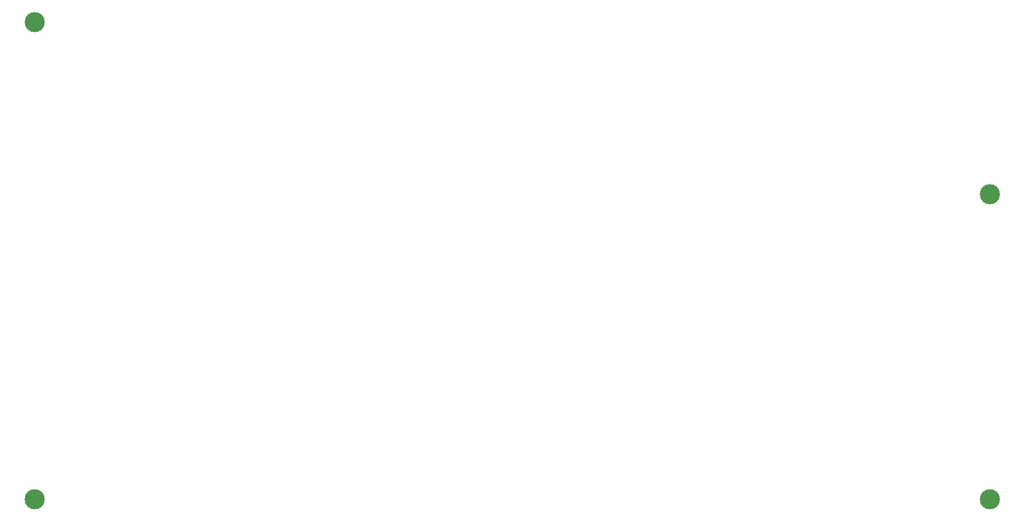
<source format=gbr>
%TF.GenerationSoftware,Altium Limited,Altium Designer,21.3.2 (30)*%
G04 Layer_Color=0*
%FSLAX26Y26*%
%MOIN*%
%TF.SameCoordinates,53465ED1-0DC7-484A-8DCD-68ECABD516C6*%
%TF.FilePolarity,Positive*%
%TF.FileFunction,NonPlated,1,2,NPTH,Drill*%
%TF.Part,Single*%
G01*
G75*
%TA.AperFunction,OtherDrill,Pad Free-0 (1550mil,4800mil)*%
%ADD169C,0.118110*%
%TA.AperFunction,OtherDrill,Pad Free-0 (1550mil,2000mil)*%
%ADD170C,0.118110*%
%TA.AperFunction,OtherDrill,Pad Free-0 (7146.85mil,2000mil)*%
%ADD171C,0.118110*%
%TA.AperFunction,OtherDrill,Pad Free-0 (7146.85mil,3790mil)*%
%ADD172C,0.118110*%
D169*
X1550000Y4800000D02*
D03*
D170*
X1550000Y2000000D02*
D03*
D171*
X7146850Y2000000D02*
D03*
D172*
X7146850Y3790000D02*
D03*
%TF.MD5,57ac54379bb215bbe1242b6cdf22ea37*%
M02*

</source>
